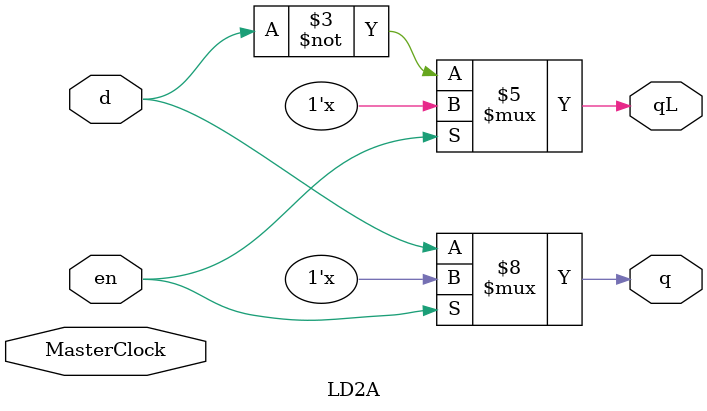
<source format=sv>
/* transparent latch - active low? */

module LD2A
(
    input MasterClock,
    input d,
    input en,
    output reg q,
    output reg qL
);

`ifdef USE_MCLOCK_TIME_LATCH

always @(posedge MasterClock)
begin
    if (~en)
    begin
        q<=d;
        qL<=~d;
    end
end

`else

always @(en or d)
begin
    if (~en)
    begin
        q=d;
        qL=~d;
    end
end

`endif

endmodule

</source>
